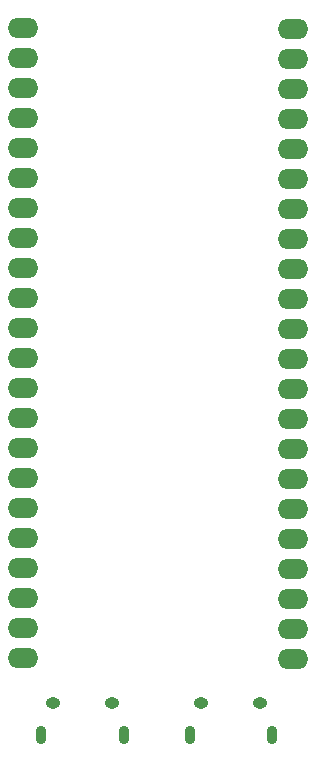
<source format=gbr>
%TF.GenerationSoftware,KiCad,Pcbnew,8.0.4*%
%TF.CreationDate,2024-10-28T14:32:02-07:00*%
%TF.ProjectId,aqp_controller,6171705f-636f-46e7-9472-6f6c6c65722e,rev0*%
%TF.SameCoordinates,Original*%
%TF.FileFunction,Soldermask,Bot*%
%TF.FilePolarity,Negative*%
%FSLAX46Y46*%
G04 Gerber Fmt 4.6, Leading zero omitted, Abs format (unit mm)*
G04 Created by KiCad (PCBNEW 8.0.4) date 2024-10-28 14:32:02*
%MOMM*%
%LPD*%
G01*
G04 APERTURE LIST*
%ADD10O,2.600000X1.700000*%
%ADD11O,0.890000X1.550000*%
%ADD12O,1.250000X0.950000*%
G04 APERTURE END LIST*
D10*
%TO.C,J1*%
X135089318Y-79497752D03*
X135089318Y-82037752D03*
X135089318Y-84577752D03*
X135089318Y-87117752D03*
X135089318Y-89657752D03*
X135089318Y-92197752D03*
X135089318Y-94737752D03*
X135089318Y-97277752D03*
X135089318Y-99817752D03*
X135089318Y-102357752D03*
X135089318Y-104897752D03*
X135089318Y-107437752D03*
X135089318Y-109977752D03*
X135089318Y-112517752D03*
X135089318Y-115057752D03*
X135089318Y-117597752D03*
X135089318Y-120137752D03*
X135089318Y-122677752D03*
X135089318Y-125217752D03*
X135089318Y-127757752D03*
X135089318Y-130297752D03*
X135089318Y-132837752D03*
%TD*%
%TO.C,J3*%
X157930000Y-79510000D03*
X157930000Y-82050000D03*
X157930000Y-84590000D03*
X157930000Y-87130000D03*
X157930000Y-89670000D03*
X157930000Y-92210000D03*
X157930000Y-94750000D03*
X157930000Y-97290000D03*
X157930000Y-99830000D03*
X157930000Y-102370000D03*
X157930000Y-104910000D03*
X157930000Y-107450000D03*
X157930000Y-109990000D03*
X157930000Y-112530000D03*
X157930000Y-115070000D03*
X157930000Y-117610000D03*
X157930000Y-120150000D03*
X157930000Y-122690000D03*
X157930000Y-125230000D03*
X157930000Y-127770000D03*
X157930000Y-130310000D03*
X157930000Y-132850000D03*
%TD*%
D11*
%TO.C,J2*%
X136650000Y-139300000D03*
D12*
X137650000Y-136600000D03*
X142650000Y-136600000D03*
D11*
X143650000Y-139300000D03*
%TD*%
%TO.C,J4*%
X149200000Y-139300000D03*
D12*
X150200000Y-136600000D03*
X155200000Y-136600000D03*
D11*
X156200000Y-139300000D03*
%TD*%
M02*

</source>
